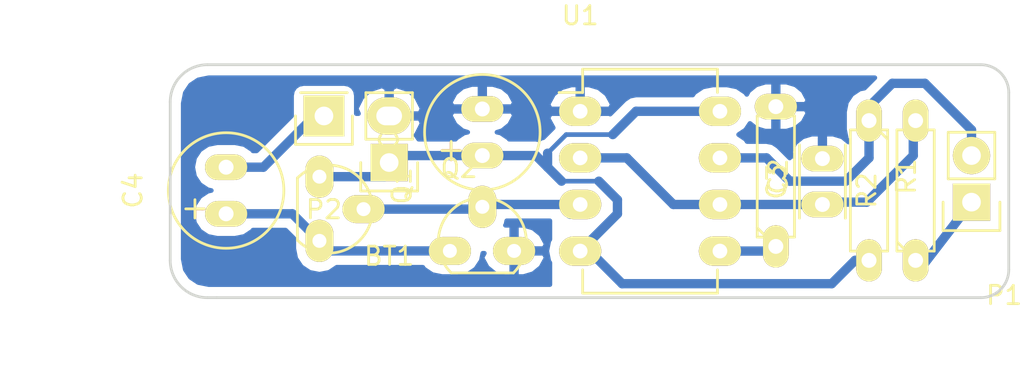
<source format=kicad_pcb>
(kicad_pcb (version 4) (host pcbnew "(after 2015-mar-04 BZR unknown)-product")

  (general
    (links 22)
    (no_connects 0)
    (area 71.10662 76.913 127.717572 97.536)
    (thickness 1.6)
    (drawings 11)
    (tracks 60)
    (zones 0)
    (modules 12)
    (nets 10)
  )

  (page A3)
  (layers
    (0 F.Cu signal)
    (31 B.Cu signal)
    (32 B.Adhes user)
    (33 F.Adhes user)
    (34 B.Paste user)
    (35 F.Paste user)
    (36 B.SilkS user)
    (37 F.SilkS user)
    (38 B.Mask user)
    (39 F.Mask user)
    (40 Dwgs.User user)
    (41 Cmts.User user)
    (42 Eco1.User user)
    (43 Eco2.User user)
    (44 Edge.Cuts user)
  )

  (setup
    (last_trace_width 0.254)
    (trace_clearance 0.254)
    (zone_clearance 0.508)
    (zone_45_only no)
    (trace_min 0.254)
    (segment_width 0.2)
    (edge_width 0.15)
    (via_size 0.889)
    (via_drill 0.635)
    (via_min_size 0.889)
    (via_min_drill 0.508)
    (uvia_size 0.508)
    (uvia_drill 0.127)
    (uvias_allowed no)
    (uvia_min_size 0.508)
    (uvia_min_drill 0.127)
    (pcb_text_width 0.3)
    (pcb_text_size 1 1)
    (mod_edge_width 0.15)
    (mod_text_size 1 1)
    (mod_text_width 0.15)
    (pad_size 2.3 1.397)
    (pad_drill 0.8128)
    (pad_to_mask_clearance 0)
    (aux_axis_origin 0 0)
    (visible_elements 7FFCFFFF)
    (pcbplotparams
      (layerselection 0x00030_80000001)
      (usegerberextensions true)
      (excludeedgelayer true)
      (linewidth 0.150000)
      (plotframeref false)
      (viasonmask false)
      (mode 1)
      (useauxorigin false)
      (hpglpennumber 1)
      (hpglpenspeed 20)
      (hpglpendiameter 15)
      (hpglpenoverlay 2)
      (psnegative false)
      (psa4output false)
      (plotreference false)
      (plotvalue false)
      (plotinvisibletext false)
      (padsonsilk false)
      (subtractmaskfromsilk false)
      (outputformat 1)
      (mirror false)
      (drillshape 0)
      (scaleselection 1)
      (outputdirectory gerbers/))
  )

  (net 0 "")
  (net 1 GND)
  (net 2 VCC)
  (net 3 "Net-(C2-Pad1)")
  (net 4 "Net-(C3-Pad1)")
  (net 5 "Net-(C4-Pad2)")
  (net 6 "Net-(C4-Pad1)")
  (net 7 "Net-(P1-Pad1)")
  (net 8 "Net-(P1-Pad2)")
  (net 9 "Net-(Q1-Pad2)")

  (net_class Default "This is the default net class."
    (clearance 0.254)
    (trace_width 0.254)
    (via_dia 0.889)
    (via_drill 0.635)
    (uvia_dia 0.508)
    (uvia_drill 0.127)
  )

  (net_class gf ""
    (clearance 0.254)
    (trace_width 0.508)
    (via_dia 0.889)
    (via_drill 0.635)
    (uvia_dia 0.508)
    (uvia_drill 0.127)
    (add_net GND)
    (add_net "Net-(C2-Pad1)")
    (add_net "Net-(C3-Pad1)")
    (add_net "Net-(C4-Pad1)")
    (add_net "Net-(C4-Pad2)")
    (add_net "Net-(P1-Pad1)")
    (add_net "Net-(P1-Pad2)")
    (add_net "Net-(Q1-Pad2)")
    (add_net VCC)
  )

  (module Pin_Headers:Pin_Header_Straight_1x02 (layer F.Cu) (tedit 55EF1329) (tstamp 55807355)
    (at 92.71 86.106 180)
    (descr "Through hole pin header")
    (tags "pin header")
    (path /5535868B)
    (fp_text reference BT1 (at 0 -5.1 180) (layer F.SilkS)
      (effects (font (size 1 1) (thickness 0.15)))
    )
    (fp_text value BATTERY (at 0 -3.1 180) (layer F.Fab)
      (effects (font (size 1 1) (thickness 0.15)))
    )
    (fp_line (start 1.27 1.27) (end 1.27 3.81) (layer F.SilkS) (width 0.15))
    (fp_line (start 1.55 -1.55) (end 1.55 0) (layer F.SilkS) (width 0.15))
    (fp_line (start -1.75 -1.75) (end -1.75 4.3) (layer F.CrtYd) (width 0.05))
    (fp_line (start 1.75 -1.75) (end 1.75 4.3) (layer F.CrtYd) (width 0.05))
    (fp_line (start -1.75 -1.75) (end 1.75 -1.75) (layer F.CrtYd) (width 0.05))
    (fp_line (start -1.75 4.3) (end 1.75 4.3) (layer F.CrtYd) (width 0.05))
    (fp_line (start 1.27 1.27) (end -1.27 1.27) (layer F.SilkS) (width 0.15))
    (fp_line (start -1.55 0) (end -1.55 -1.55) (layer F.SilkS) (width 0.15))
    (fp_line (start -1.55 -1.55) (end 1.55 -1.55) (layer F.SilkS) (width 0.15))
    (fp_line (start -1.27 1.27) (end -1.27 3.81) (layer F.SilkS) (width 0.15))
    (fp_line (start -1.27 3.81) (end 1.27 3.81) (layer F.SilkS) (width 0.15))
    (pad 1 thru_hole rect (at 0 0 180) (size 2.032 2.032) (drill 1.016) (layers *.Cu *.Mask F.SilkS)
      (net 2 VCC))
    (pad 2 thru_hole oval (at 0 2.54 180) (size 2.4 2.032) (drill oval 1.4 1.016) (layers *.Cu *.Mask F.SilkS)
      (net 1 GND))
    (model Pin_Headers.3dshapes/Pin_Header_Straight_1x02.wrl
      (at (xyz 0 -0.05 0))
      (scale (xyz 1 1 1))
      (rotate (xyz 0 0 90))
    )
  )

  (module Capacitors_Elko_ThroughHole:Elko_vert_11.2x6.3mm_RM2.5 (layer F.Cu) (tedit 55EA34EB) (tstamp 5580735A)
    (at 97.79 85.725 90)
    (descr "Electrolytic Capacitor, vertical, diameter 6,3mm, RM 2,5mm, radial,")
    (tags "Electrolytic Capacitor, vertical, diameter 6,3mm, RM 2,5mm, Elko, Electrolytkondensator, Kondensator gepolt, Durchmesser 6,3mm, radial,")
    (path /5535860E)
    (fp_text reference C1 (at 1.27 -5.08 90) (layer F.SilkS)
      (effects (font (size 1 1) (thickness 0.15)))
    )
    (fp_text value CP (at 1.27 5.08 90) (layer F.Fab)
      (effects (font (size 1 1) (thickness 0.15)))
    )
    (fp_line (start 0.26924 -2.19964) (end 0.26924 -1.19888) (layer F.SilkS) (width 0.15))
    (fp_line (start -0.23114 -1.69926) (end 0.76962 -1.69926) (layer F.SilkS) (width 0.15))
    (fp_line (start 0.26924 -1.69926) (end 0.76962 -1.69926) (layer F.Cu) (width 0.15))
    (fp_line (start 0.26924 -1.69926) (end 0.26924 -2.19964) (layer F.Cu) (width 0.15))
    (fp_line (start -0.23114 -1.69926) (end 0.26924 -1.69926) (layer F.Cu) (width 0.15))
    (fp_line (start 0.26924 -1.69926) (end 0.26924 -1.30048) (layer F.Cu) (width 0.15))
    (fp_line (start 0.26924 -1.30048) (end 0.26924 -1.19888) (layer F.Cu) (width 0.15))
    (fp_circle (center 1.27 0) (end 4.4196 0) (layer F.SilkS) (width 0.15))
    (pad 2 thru_hole oval (at 2.54 0 90) (size 1.397 2.3) (drill 0.8128) (layers *.Cu *.Mask F.SilkS)
      (net 1 GND))
    (pad 1 thru_hole oval (at 0 0 90) (size 1.397 2.3) (drill 0.8128) (layers *.Cu *.Mask F.SilkS)
      (net 2 VCC))
    (model Capacitors_Elko_ThroughHole.3dshapes/Elko_vert_11.2x6.3mm_RM2.5.wrl
      (at (xyz 0 0 0))
      (scale (xyz 1 1 1))
      (rotate (xyz 0 0 0))
    )
  )

  (module Capacitors_ThroughHole:C_Rect_L4_W2.5_P2.5 (layer F.Cu) (tedit 55EA34D6) (tstamp 55807364)
    (at 116.332 88.392 90)
    (descr "Film Capacitor Length 4mm x Width 2.5mm, Pitch 2.5mm")
    (tags Capacitor)
    (path /553584D8)
    (fp_text reference C3 (at 1.25 -2.5 90) (layer F.SilkS)
      (effects (font (size 1 1) (thickness 0.15)))
    )
    (fp_text value C (at 1.25 2.5 90) (layer F.Fab)
      (effects (font (size 1 1) (thickness 0.15)))
    )
    (fp_line (start -1 -1.5) (end 3.5 -1.5) (layer F.CrtYd) (width 0.05))
    (fp_line (start 3.5 -1.5) (end 3.5 1.5) (layer F.CrtYd) (width 0.05))
    (fp_line (start 3.5 1.5) (end -1 1.5) (layer F.CrtYd) (width 0.05))
    (fp_line (start -1 1.5) (end -1 -1.5) (layer F.CrtYd) (width 0.05))
    (fp_line (start -0.75 -1.25) (end 3.25 -1.25) (layer F.SilkS) (width 0.15))
    (fp_line (start -0.75 1.25) (end 3.25 1.25) (layer F.SilkS) (width 0.15))
    (pad 1 thru_hole oval (at 0 0 90) (size 1.397 2.3) (drill 0.8128) (layers *.Cu *.Mask F.SilkS)
      (net 4 "Net-(C3-Pad1)"))
    (pad 2 thru_hole oval (at 2.5 0 90) (size 1.397 2.3) (drill 0.8128) (layers *.Cu *.Mask F.SilkS)
      (net 1 GND))
  )

  (module Capacitors_Elko_ThroughHole:Elko_vert_11.2x6.3mm_RM2.5 (layer F.Cu) (tedit 55EA3511) (tstamp 55807369)
    (at 83.82 88.9 90)
    (descr "Electrolytic Capacitor, vertical, diameter 6,3mm, RM 2,5mm, radial,")
    (tags "Electrolytic Capacitor, vertical, diameter 6,3mm, RM 2,5mm, Elko, Electrolytkondensator, Kondensator gepolt, Durchmesser 6,3mm, radial,")
    (path /55358485)
    (fp_text reference C4 (at 1.27 -5.08 90) (layer F.SilkS)
      (effects (font (size 1 1) (thickness 0.15)))
    )
    (fp_text value CP (at 1.27 5.08 90) (layer F.Fab)
      (effects (font (size 1 1) (thickness 0.15)))
    )
    (fp_line (start 0.26924 -2.19964) (end 0.26924 -1.19888) (layer F.SilkS) (width 0.15))
    (fp_line (start -0.23114 -1.69926) (end 0.76962 -1.69926) (layer F.SilkS) (width 0.15))
    (fp_line (start 0.26924 -1.69926) (end 0.76962 -1.69926) (layer F.Cu) (width 0.15))
    (fp_line (start 0.26924 -1.69926) (end 0.26924 -2.19964) (layer F.Cu) (width 0.15))
    (fp_line (start -0.23114 -1.69926) (end 0.26924 -1.69926) (layer F.Cu) (width 0.15))
    (fp_line (start 0.26924 -1.69926) (end 0.26924 -1.30048) (layer F.Cu) (width 0.15))
    (fp_line (start 0.26924 -1.30048) (end 0.26924 -1.19888) (layer F.Cu) (width 0.15))
    (fp_circle (center 1.27 0) (end 4.4196 0) (layer F.SilkS) (width 0.15))
    (pad 2 thru_hole oval (at 2.54 0 90) (size 1.397 2.3) (drill 0.8128) (layers *.Cu *.Mask F.SilkS)
      (net 5 "Net-(C4-Pad2)"))
    (pad 1 thru_hole oval (at 0 0 90) (size 1.397 2.3) (drill 0.8128) (layers *.Cu *.Mask F.SilkS)
      (net 6 "Net-(C4-Pad1)"))
    (model Capacitors_Elko_ThroughHole.3dshapes/Elko_vert_11.2x6.3mm_RM2.5.wrl
      (at (xyz 0 0 0))
      (scale (xyz 1 1 1))
      (rotate (xyz 0 0 0))
    )
  )

  (module Pin_Headers:Pin_Header_Straight_1x02 (layer F.Cu) (tedit 55807D46) (tstamp 55807375)
    (at 124.46 88.265 180)
    (descr "Through hole pin header")
    (tags "pin header")
    (path /5535819F)
    (fp_text reference P1 (at -1.778 -5.08 180) (layer F.SilkS)
      (effects (font (size 1 1) (thickness 0.15)))
    )
    (fp_text value CONN_2 (at 0 -3.1 180) (layer F.Fab)
      (effects (font (size 1 1) (thickness 0.15)))
    )
    (fp_line (start 1.27 1.27) (end 1.27 3.81) (layer F.SilkS) (width 0.15))
    (fp_line (start 1.55 -1.55) (end 1.55 0) (layer F.SilkS) (width 0.15))
    (fp_line (start -1.75 -1.75) (end -1.75 4.3) (layer F.CrtYd) (width 0.05))
    (fp_line (start 1.75 -1.75) (end 1.75 4.3) (layer F.CrtYd) (width 0.05))
    (fp_line (start -1.75 -1.75) (end 1.75 -1.75) (layer F.CrtYd) (width 0.05))
    (fp_line (start -1.75 4.3) (end 1.75 4.3) (layer F.CrtYd) (width 0.05))
    (fp_line (start 1.27 1.27) (end -1.27 1.27) (layer F.SilkS) (width 0.15))
    (fp_line (start -1.55 0) (end -1.55 -1.55) (layer F.SilkS) (width 0.15))
    (fp_line (start -1.55 -1.55) (end 1.55 -1.55) (layer F.SilkS) (width 0.15))
    (fp_line (start -1.27 1.27) (end -1.27 3.81) (layer F.SilkS) (width 0.15))
    (fp_line (start -1.27 3.81) (end 1.27 3.81) (layer F.SilkS) (width 0.15))
    (pad 1 thru_hole rect (at 0 0 180) (size 2.032 2.032) (drill 1.016) (layers *.Cu *.Mask F.SilkS)
      (net 7 "Net-(P1-Pad1)"))
    (pad 2 thru_hole oval (at 0 2.54 180) (size 2.032 2.032) (drill 1.016) (layers *.Cu *.Mask F.SilkS)
      (net 8 "Net-(P1-Pad2)"))
    (model Pin_Headers.3dshapes/Pin_Header_Straight_1x02.wrl
      (at (xyz 0 -0.05 0))
      (scale (xyz 1 1 1))
      (rotate (xyz 0 0 90))
    )
  )

  (module Discret:R3 (layer F.Cu) (tedit 55EA353B) (tstamp 5580738B)
    (at 121.412 87.63 90)
    (descr "Resitance 3 pas")
    (tags R)
    (path /55358209)
    (fp_text reference R1 (at 0.762 -0.508 90) (layer F.SilkS)
      (effects (font (size 1 1) (thickness 0.15)))
    )
    (fp_text value R (at 0 0.127 90) (layer F.Fab)
      (effects (font (size 1 1) (thickness 0.15)))
    )
    (fp_line (start -3.81 0) (end -3.302 0) (layer F.SilkS) (width 0.15))
    (fp_line (start 3.81 0) (end 3.302 0) (layer F.SilkS) (width 0.15))
    (fp_line (start 3.302 0) (end 3.302 -1.016) (layer F.SilkS) (width 0.15))
    (fp_line (start 3.302 -1.016) (end -3.302 -1.016) (layer F.SilkS) (width 0.15))
    (fp_line (start -3.302 -1.016) (end -3.302 1.016) (layer F.SilkS) (width 0.15))
    (fp_line (start -3.302 1.016) (end 3.302 1.016) (layer F.SilkS) (width 0.15))
    (fp_line (start 3.302 1.016) (end 3.302 0) (layer F.SilkS) (width 0.15))
    (fp_line (start -3.302 -0.508) (end -2.794 -1.016) (layer F.SilkS) (width 0.15))
    (pad 1 thru_hole oval (at -3.81 0 90) (size 2.3 1.397) (drill 0.8128) (layers *.Cu *.Mask F.SilkS)
      (net 7 "Net-(P1-Pad1)"))
    (pad 2 thru_hole oval (at 3.81 0 90) (size 2.3 1.397) (drill 0.8128) (layers *.Cu *.Mask F.SilkS)
      (net 4 "Net-(C3-Pad1)"))
    (model Discret.3dshapes/R3.wrl
      (at (xyz 0 0 0))
      (scale (xyz 0.3 0.3 0.3))
      (rotate (xyz 0 0 0))
    )
  )

  (module Discret:R3 (layer F.Cu) (tedit 55EA3547) (tstamp 55807390)
    (at 118.872 87.63 270)
    (descr "Resitance 3 pas")
    (tags R)
    (path /5535828D)
    (fp_text reference R2 (at 0 0.127 270) (layer F.SilkS)
      (effects (font (size 1 1) (thickness 0.15)))
    )
    (fp_text value R (at 0 0.127 270) (layer F.Fab)
      (effects (font (size 1 1) (thickness 0.15)))
    )
    (fp_line (start -3.81 0) (end -3.302 0) (layer F.SilkS) (width 0.15))
    (fp_line (start 3.81 0) (end 3.302 0) (layer F.SilkS) (width 0.15))
    (fp_line (start 3.302 0) (end 3.302 -1.016) (layer F.SilkS) (width 0.15))
    (fp_line (start 3.302 -1.016) (end -3.302 -1.016) (layer F.SilkS) (width 0.15))
    (fp_line (start -3.302 -1.016) (end -3.302 1.016) (layer F.SilkS) (width 0.15))
    (fp_line (start -3.302 1.016) (end 3.302 1.016) (layer F.SilkS) (width 0.15))
    (fp_line (start 3.302 1.016) (end 3.302 0) (layer F.SilkS) (width 0.15))
    (fp_line (start -3.302 -0.508) (end -2.794 -1.016) (layer F.SilkS) (width 0.15))
    (pad 1 thru_hole oval (at -3.81 0 270) (size 2.3 1.397) (drill 0.8128) (layers *.Cu *.Mask F.SilkS)
      (net 8 "Net-(P1-Pad2)"))
    (pad 2 thru_hole oval (at 3.81 0 270) (size 2.3 1.397) (drill 0.8128) (layers *.Cu *.Mask F.SilkS)
      (net 2 VCC))
    (model Discret.3dshapes/R3.wrl
      (at (xyz 0 0 0))
      (scale (xyz 0.3 0.3 0.3))
      (rotate (xyz 0 0 0))
    )
  )

  (module Housings_DIP:DIP-8_W7.62mm_LongPads (layer F.Cu) (tedit 54130A77) (tstamp 55807395)
    (at 103.124 83.312)
    (descr "8-lead dip package, row spacing 7.62 mm (300 mils), longer pads")
    (tags "dil dip 2.54 300")
    (path /55357FC1)
    (fp_text reference U1 (at 0 -5.22) (layer F.SilkS)
      (effects (font (size 1 1) (thickness 0.15)))
    )
    (fp_text value LM555N (at 0 -3.72) (layer F.Fab)
      (effects (font (size 1 1) (thickness 0.15)))
    )
    (fp_line (start -1.4 -2.45) (end -1.4 10.1) (layer F.CrtYd) (width 0.05))
    (fp_line (start 9 -2.45) (end 9 10.1) (layer F.CrtYd) (width 0.05))
    (fp_line (start -1.4 -2.45) (end 9 -2.45) (layer F.CrtYd) (width 0.05))
    (fp_line (start -1.4 10.1) (end 9 10.1) (layer F.CrtYd) (width 0.05))
    (fp_line (start 0.135 -2.295) (end 0.135 -1.025) (layer F.SilkS) (width 0.15))
    (fp_line (start 7.485 -2.295) (end 7.485 -1.025) (layer F.SilkS) (width 0.15))
    (fp_line (start 7.485 9.915) (end 7.485 8.645) (layer F.SilkS) (width 0.15))
    (fp_line (start 0.135 9.915) (end 0.135 8.645) (layer F.SilkS) (width 0.15))
    (fp_line (start 0.135 -2.295) (end 7.485 -2.295) (layer F.SilkS) (width 0.15))
    (fp_line (start 0.135 9.915) (end 7.485 9.915) (layer F.SilkS) (width 0.15))
    (fp_line (start 0.135 -1.025) (end -1.15 -1.025) (layer F.SilkS) (width 0.15))
    (pad 1 thru_hole oval (at 0 0) (size 2.3 1.6) (drill 0.8) (layers *.Cu *.Mask F.SilkS)
      (net 1 GND))
    (pad 2 thru_hole oval (at 0 2.54) (size 2.3 1.6) (drill 0.8) (layers *.Cu *.Mask F.SilkS)
      (net 4 "Net-(C3-Pad1)"))
    (pad 3 thru_hole oval (at 0 5.08) (size 2.3 1.6) (drill 0.8) (layers *.Cu *.Mask F.SilkS)
      (net 9 "Net-(Q1-Pad2)"))
    (pad 4 thru_hole oval (at 0 7.62) (size 2.3 1.6) (drill 0.8) (layers *.Cu *.Mask F.SilkS)
      (net 2 VCC))
    (pad 5 thru_hole oval (at 7.62 7.62) (size 2.3 1.6) (drill 0.8) (layers *.Cu *.Mask F.SilkS)
      (net 3 "Net-(C2-Pad1)"))
    (pad 6 thru_hole oval (at 7.62 5.08) (size 2.3 1.6) (drill 0.8) (layers *.Cu *.Mask F.SilkS)
      (net 4 "Net-(C3-Pad1)"))
    (pad 7 thru_hole oval (at 7.62 2.54) (size 2.3 1.6) (drill 0.8) (layers *.Cu *.Mask F.SilkS)
      (net 8 "Net-(P1-Pad2)"))
    (pad 8 thru_hole oval (at 7.62 0) (size 2.3 1.6) (drill 0.8) (layers *.Cu *.Mask F.SilkS)
      (net 2 VCC))
    (model Housings_DIP.3dshapes/DIP-8_W7.62mm_LongPads.wrl
      (at (xyz 0 0 0))
      (scale (xyz 1 1 1))
      (rotate (xyz 0 0 0))
    )
  )

  (module Discret:R3 (layer F.Cu) (tedit 55EF34C6) (tstamp 55807D40)
    (at 113.792 86.868 90)
    (descr "Resitance 3 pas")
    (tags R)
    (path /55358310)
    (fp_text reference C2 (at 0 0.127 90) (layer F.SilkS)
      (effects (font (size 1 1) (thickness 0.15)))
    )
    (fp_text value C (at 0 0.127 90) (layer F.Fab)
      (effects (font (size 1 1) (thickness 0.15)))
    )
    (fp_line (start -3.81 0) (end -3.302 0) (layer F.SilkS) (width 0.15))
    (fp_line (start 3.81 0) (end 3.302 0) (layer F.SilkS) (width 0.15))
    (fp_line (start 3.302 0) (end 3.302 -1.016) (layer F.SilkS) (width 0.15))
    (fp_line (start 3.302 -1.016) (end -3.302 -1.016) (layer F.SilkS) (width 0.15))
    (fp_line (start -3.302 -1.016) (end -3.302 1.016) (layer F.SilkS) (width 0.15))
    (fp_line (start -3.302 1.016) (end 3.302 1.016) (layer F.SilkS) (width 0.15))
    (fp_line (start 3.302 1.016) (end 3.302 0) (layer F.SilkS) (width 0.15))
    (fp_line (start -3.302 -0.508) (end -2.794 -1.016) (layer F.SilkS) (width 0.15))
    (pad 1 thru_hole oval (at -3.81 0 90) (size 2.3 1.397) (drill 0.8128) (layers *.Cu *.Mask F.SilkS)
      (net 3 "Net-(C2-Pad1)"))
    (pad 2 thru_hole oval (at 3.81 0 180) (size 2.3 1.397) (drill 0.8128) (layers *.Cu *.Mask F.SilkS)
      (net 1 GND))
    (model Discret.3dshapes/R3.wrl
      (at (xyz 0 0 0))
      (scale (xyz 0.3 0.3 0.3))
      (rotate (xyz 0 0 0))
    )
  )

  (module Pin_Headers:Pin_Header_Straight_1x01 (layer F.Cu) (tedit 54EA08DC) (tstamp 55EF1256)
    (at 89.154 83.566 180)
    (descr "Through hole pin header")
    (tags "pin header")
    (path /55EF137E)
    (fp_text reference P2 (at 0 -5.1 180) (layer F.SilkS)
      (effects (font (size 1 1) (thickness 0.15)))
    )
    (fp_text value CONN_01X01 (at 0 -3.1 180) (layer F.Fab)
      (effects (font (size 1 1) (thickness 0.15)))
    )
    (fp_line (start 1.55 -1.55) (end 1.55 0) (layer F.SilkS) (width 0.15))
    (fp_line (start -1.75 -1.75) (end -1.75 1.75) (layer F.CrtYd) (width 0.05))
    (fp_line (start 1.75 -1.75) (end 1.75 1.75) (layer F.CrtYd) (width 0.05))
    (fp_line (start -1.75 -1.75) (end 1.75 -1.75) (layer F.CrtYd) (width 0.05))
    (fp_line (start -1.75 1.75) (end 1.75 1.75) (layer F.CrtYd) (width 0.05))
    (fp_line (start -1.55 0) (end -1.55 -1.55) (layer F.SilkS) (width 0.15))
    (fp_line (start -1.55 -1.55) (end 1.55 -1.55) (layer F.SilkS) (width 0.15))
    (fp_line (start -1.27 1.27) (end 1.27 1.27) (layer F.SilkS) (width 0.15))
    (pad 1 thru_hole rect (at 0 0 180) (size 2.2352 2.2352) (drill 1.016) (layers *.Cu *.Mask F.SilkS)
      (net 5 "Net-(C4-Pad2)"))
    (model Pin_Headers.3dshapes/Pin_Header_Straight_1x01.wrl
      (at (xyz 0 0 0))
      (scale (xyz 1 1 1))
      (rotate (xyz 0 0 90))
    )
  )

  (module drawdio:TO-92_JorFru_compact (layer F.Cu) (tedit 55EF2FB5) (tstamp 55EEF933)
    (at 96.52 90.424)
    (descr "TO-92 leads molded, narrow, oval pads, drill 0.8mm (see NXP sot054_po.pdf)")
    (tags "to-92 sc-43 sc-43a sot54 PA33 transistor")
    (path /553583A7)
    (fp_text reference Q2 (at 0 -4) (layer F.SilkS)
      (effects (font (size 1 1) (thickness 0.15)))
    )
    (fp_text value BC547 (at 0 3 180) (layer F.Fab)
      (effects (font (size 1 1) (thickness 0.15)))
    )
    (fp_line (start -1.4 1.95) (end -1.4 -2.65) (layer F.CrtYd) (width 0.05))
    (fp_line (start -1.4 1.95) (end 3.95 1.95) (layer F.CrtYd) (width 0.05))
    (fp_line (start -0.43 1.7) (end 2.97 1.7) (layer F.SilkS) (width 0.15))
    (fp_arc (start 1.27 0) (end 1.27 -2.4) (angle -135) (layer F.SilkS) (width 0.15))
    (fp_arc (start 1.27 0) (end 1.27 -2.4) (angle 135) (layer F.SilkS) (width 0.15))
    (fp_line (start -1.4 -2.65) (end 3.95 -2.65) (layer F.CrtYd) (width 0.05))
    (fp_line (start 3.95 1.95) (end 3.95 -2.65) (layer F.CrtYd) (width 0.05))
    (pad 2 thru_hole oval (at 1.27 -1.905 90) (size 2.3 1.524) (drill 0.762) (layers *.Cu *.Mask F.SilkS)
      (net 9 "Net-(Q1-Pad2)"))
    (pad 1 thru_hole oval (at -0.5 0.5) (size 2.3 1.524) (drill 0.762) (layers *.Cu *.Mask F.SilkS)
      (net 6 "Net-(C4-Pad1)"))
    (pad 3 thru_hole oval (at 3 0.5) (size 2.3 1.524) (drill 0.762) (layers *.Cu *.Mask F.SilkS)
      (net 1 GND))
    (model Housings_TO-92.3dshapes/TO-92_Molded_Narrow_Oval.wrl
      (at (xyz 0.05 0 0))
      (scale (xyz 1 1 1))
      (rotate (xyz 0 0 -90))
    )
  )

  (module drawdio:TO-92_JorFru_compact (layer F.Cu) (tedit 55EF2FB5) (tstamp 55EEF926)
    (at 89.408 87.376 270)
    (descr "TO-92 leads molded, narrow, oval pads, drill 0.8mm (see NXP sot054_po.pdf)")
    (tags "to-92 sc-43 sc-43a sot54 PA33 transistor")
    (path /553583B6)
    (fp_text reference Q1 (at 0 -4 270) (layer F.SilkS)
      (effects (font (size 1 1) (thickness 0.15)))
    )
    (fp_text value BC558 (at 0 3 450) (layer F.Fab)
      (effects (font (size 1 1) (thickness 0.15)))
    )
    (fp_line (start -1.4 1.95) (end -1.4 -2.65) (layer F.CrtYd) (width 0.05))
    (fp_line (start -1.4 1.95) (end 3.95 1.95) (layer F.CrtYd) (width 0.05))
    (fp_line (start -0.43 1.7) (end 2.97 1.7) (layer F.SilkS) (width 0.15))
    (fp_arc (start 1.27 0) (end 1.27 -2.4) (angle -135) (layer F.SilkS) (width 0.15))
    (fp_arc (start 1.27 0) (end 1.27 -2.4) (angle 135) (layer F.SilkS) (width 0.15))
    (fp_line (start -1.4 -2.65) (end 3.95 -2.65) (layer F.CrtYd) (width 0.05))
    (fp_line (start 3.95 1.95) (end 3.95 -2.65) (layer F.CrtYd) (width 0.05))
    (pad 2 thru_hole oval (at 1.27 -1.905) (size 2.3 1.524) (drill 0.762) (layers *.Cu *.Mask F.SilkS)
      (net 9 "Net-(Q1-Pad2)"))
    (pad 1 thru_hole oval (at -0.5 0.5 270) (size 2.3 1.524) (drill 0.762) (layers *.Cu *.Mask F.SilkS)
      (net 2 VCC))
    (pad 3 thru_hole oval (at 3 0.5 270) (size 2.3 1.524) (drill 0.762) (layers *.Cu *.Mask F.SilkS)
      (net 6 "Net-(C4-Pad1)"))
    (model Housings_TO-92.3dshapes/TO-92_Molded_Narrow_Oval.wrl
      (at (xyz 0.05 0 0))
      (scale (xyz 1 1 1))
      (rotate (xyz 0 0 -90))
    )
  )

  (gr_line (start 124.968 80.772) (end 82.804 80.772) (angle 90) (layer Edge.Cuts) (width 0.15))
  (gr_line (start 126.492 91.948) (end 126.492 82.296) (angle 90) (layer Edge.Cuts) (width 0.15))
  (gr_line (start 124.968 93.472) (end 83.312 93.472) (angle 90) (layer Edge.Cuts) (width 0.15))
  (gr_arc (start 124.968 82.296) (end 124.968 80.772) (angle 90) (layer Edge.Cuts) (width 0.15))
  (gr_line (start 80.772 91.44) (end 80.772 82.804) (angle 90) (layer Edge.Cuts) (width 0.15))
  (gr_line (start 83.312 93.472) (end 82.804 93.472) (angle 90) (layer Edge.Cuts) (width 0.15))
  (gr_arc (start 124.968 91.948) (end 126.492 91.948) (angle 90) (layer Edge.Cuts) (width 0.15))
  (gr_arc (start 82.804 91.44) (end 82.804 93.472) (angle 90) (layer Edge.Cuts) (width 0.15))
  (gr_arc (start 82.804 82.804) (end 80.772 82.804) (angle 90) (layer Edge.Cuts) (width 0.15))
  (dimension 44.704 (width 0.25) (layer Eco2.User)
    (gr_text 44,704mm (at 104.14 95.504) (layer Eco2.User)
      (effects (font (size 1 1) (thickness 0.25)))
    )
    (feature1 (pts (xy 125.984 94.488) (xy 125.984 97.535999)))
    (feature2 (pts (xy 81.28 94.488) (xy 81.28 97.535999)))
    (crossbar (pts (xy 81.28 97.535999) (xy 125.984 97.535999)))
    (arrow1a (pts (xy 125.984 97.535999) (xy 124.857496 98.12242)))
    (arrow1b (pts (xy 125.984 97.535999) (xy 124.857496 96.949578)))
    (arrow2a (pts (xy 81.28 97.535999) (xy 82.406504 98.12242)))
    (arrow2b (pts (xy 81.28 97.535999) (xy 82.406504 96.949578)))
  )
  (dimension 11.684 (width 0.25) (layer Eco2.User)
    (gr_text 11,684mm (at 75.184 86.868 90) (layer Eco2.User)
      (effects (font (size 1 1) (thickness 0.25)))
    )
    (feature1 (pts (xy 79.756 81.28) (xy 76.708 81.28)))
    (feature2 (pts (xy 79.756 92.964) (xy 76.708 92.964)))
    (crossbar (pts (xy 76.708 92.964) (xy 76.708 81.28)))
    (arrow1a (pts (xy 76.708 81.28) (xy 77.294421 82.406504)))
    (arrow1b (pts (xy 76.708 81.28) (xy 76.121579 82.406504)))
    (arrow2a (pts (xy 76.708 92.964) (xy 77.294421 91.837496)))
    (arrow2b (pts (xy 76.708 92.964) (xy 76.121579 91.837496)))
  )

  (segment (start 118.872 91.44) (end 118.11 91.44) (width 0.508) (layer B.Cu) (net 2))
  (segment (start 105.41 92.71) (end 116.84 92.71) (width 0.508) (layer B.Cu) (net 2) (tstamp 55ED3588))
  (segment (start 105.41 92.71) (end 103.632 90.932) (width 0.508) (layer B.Cu) (net 2) (tstamp 55ED3584))
  (segment (start 118.11 91.44) (end 116.84 92.71) (width 0.508) (layer B.Cu) (net 2) (tstamp 55EF50B4))
  (segment (start 92.71 85.725) (end 92.71 86.614) (width 0.508) (layer B.Cu) (net 2))
  (segment (start 92.71 86.614) (end 92.448 86.876) (width 0.508) (layer B.Cu) (net 2) (tstamp 55EF2F64))
  (segment (start 92.448 86.876) (end 88.908 86.876) (width 0.508) (layer B.Cu) (net 2) (tstamp 55EF2F66))
  (segment (start 92.448 85.987) (end 92.71 85.725) (width 0.508) (layer B.Cu) (net 2) (tstamp 55EEF97A))
  (segment (start 100.711 85.725) (end 101.346 86.36) (width 0.508) (layer B.Cu) (net 2))
  (segment (start 97.79 85.725) (end 100.711 85.725) (width 0.508) (layer B.Cu) (net 2))
  (segment (start 92.71 85.725) (end 97.79 85.725) (width 0.508) (layer B.Cu) (net 2))
  (segment (start 92.71 85.725) (end 92.075 86.36) (width 0.508) (layer B.Cu) (net 2) (tstamp 55ED3758))
  (segment (start 103.124 90.932) (end 103.632 90.932) (width 0.508) (layer B.Cu) (net 2))
  (segment (start 110.744 83.312) (end 106.172 83.312) (width 0.508) (layer B.Cu) (net 2))
  (segment (start 101.346 85.598) (end 101.346 86.36) (width 0.508) (layer B.Cu) (net 2) (tstamp 55807EB8))
  (segment (start 102.362 84.582) (end 101.346 85.598) (width 0.254) (layer B.Cu) (net 2) (tstamp 55807EB6))
  (segment (start 104.902 84.582) (end 102.362 84.582) (width 0.254) (layer B.Cu) (net 2) (tstamp 55807EB4))
  (segment (start 106.172 83.312) (end 104.902 84.582) (width 0.508) (layer B.Cu) (net 2) (tstamp 55807EB2))
  (segment (start 101.346 86.36) (end 102.108 87.122) (width 0.508) (layer B.Cu) (net 2) (tstamp 55807EBA))
  (segment (start 105.156 88.138) (end 105.156 88.9) (width 0.508) (layer B.Cu) (net 2) (tstamp 55807EBE))
  (segment (start 104.14 87.122) (end 105.156 88.138) (width 0.508) (layer B.Cu) (net 2) (tstamp 55807EBC))
  (segment (start 102.108 87.122) (end 104.14 87.122) (width 0.254) (layer B.Cu) (net 2) (tstamp 55807EBB))
  (segment (start 105.156 88.9) (end 103.124 90.932) (width 0.508) (layer B.Cu) (net 2) (tstamp 55807EC0))
  (segment (start 118.745 90.805) (end 118.745 91.059) (width 0.508) (layer B.Cu) (net 2) (status 30))
  (segment (start 110.744 90.932) (end 113.538 90.932) (width 0.508) (layer B.Cu) (net 3))
  (segment (start 113.538 90.932) (end 113.665 90.805) (width 0.508) (layer B.Cu) (net 3) (tstamp 55ED355C))
  (segment (start 110.998 90.678) (end 110.744 90.932) (width 0.508) (layer B.Cu) (net 3) (tstamp 55807E9B))
  (segment (start 110.744 88.392) (end 116.078 88.392) (width 0.508) (layer B.Cu) (net 4))
  (segment (start 116.078 88.392) (end 116.205 88.265) (width 0.508) (layer B.Cu) (net 4) (tstamp 55ED34E7))
  (segment (start 116.205 88.265) (end 118.745 88.265) (width 0.508) (layer B.Cu) (net 4) (tstamp 55ED34E8))
  (segment (start 118.745 88.265) (end 121.285 85.725) (width 0.508) (layer B.Cu) (net 4) (tstamp 55ED34EA))
  (segment (start 121.285 85.725) (end 121.285 83.947) (width 0.508) (layer B.Cu) (net 4) (tstamp 55ED34ED) (status 20))
  (segment (start 110.744 88.392) (end 108.204 88.392) (width 0.508) (layer B.Cu) (net 4))
  (segment (start 105.664 85.852) (end 103.124 85.852) (width 0.508) (layer B.Cu) (net 4) (tstamp 55807EC5))
  (segment (start 108.204 88.392) (end 105.664 85.852) (width 0.508) (layer B.Cu) (net 4) (tstamp 55807EC3))
  (segment (start 110.744 88.392) (end 111.506 88.392) (width 0.508) (layer B.Cu) (net 4))
  (segment (start 83.82 86.36) (end 85.852 86.36) (width 0.508) (layer B.Cu) (net 5))
  (segment (start 85.852 86.36) (end 88.9 83.312) (width 0.508) (layer B.Cu) (net 5) (tstamp 55EF1399))
  (segment (start 96.02 90.924) (end 89.456 90.924) (width 0.508) (layer B.Cu) (net 6))
  (segment (start 89.456 90.924) (end 87.432 88.9) (width 0.508) (layer B.Cu) (net 6) (tstamp 55EF2F44))
  (segment (start 87.432 88.9) (end 83.82 88.9) (width 0.508) (layer B.Cu) (net 6) (tstamp 55EF2F45))
  (segment (start 121.285 91.567) (end 121.92 91.567) (width 0.508) (layer B.Cu) (net 7) (status 30))
  (segment (start 121.92 91.567) (end 124.46 88.265) (width 0.508) (layer B.Cu) (net 7) (tstamp 55ED357A) (status 10))
  (segment (start 110.744 85.852) (end 113.284 85.852) (width 0.508) (layer B.Cu) (net 8))
  (segment (start 118.872 85.852) (end 118.872 83.058) (width 0.508) (layer B.Cu) (net 8) (tstamp 55EF3646))
  (segment (start 117.602 87.122) (end 118.872 85.852) (width 0.508) (layer B.Cu) (net 8) (tstamp 55EF3645))
  (segment (start 114.554 87.122) (end 117.602 87.122) (width 0.508) (layer B.Cu) (net 8) (tstamp 55EF3644))
  (segment (start 113.284 85.852) (end 114.554 87.122) (width 0.508) (layer B.Cu) (net 8) (tstamp 55EF3643))
  (segment (start 118.745 83.185) (end 120.142 81.788) (width 0.508) (layer B.Cu) (net 8))
  (segment (start 124.46 84.328) (end 124.46 85.725) (width 0.508) (layer B.Cu) (net 8) (tstamp 55ED356F))
  (segment (start 121.92 81.788) (end 124.46 84.328) (width 0.508) (layer B.Cu) (net 8) (tstamp 55ED356D))
  (segment (start 120.142 81.788) (end 121.92 81.788) (width 0.508) (layer B.Cu) (net 8) (tstamp 55ED356A))
  (segment (start 110.744 85.979) (end 110.744 85.852) (width 0.508) (layer B.Cu) (net 8) (tstamp 55ED34C8))
  (segment (start 97.663 88.646) (end 91.313 88.646) (width 0.508) (layer B.Cu) (net 9) (tstamp 55EF301A))
  (segment (start 97.917 88.392) (end 97.663 88.646) (width 0.508) (layer B.Cu) (net 9) (tstamp 55EF3019))
  (segment (start 103.124 88.392) (end 97.917 88.392) (width 0.508) (layer B.Cu) (net 9))
  (segment (start 91.206 88.924) (end 90.908 88.626) (width 0.508) (layer B.Cu) (net 9) (tstamp 55EF1385))
  (segment (start 102.592 88.924) (end 103.124 88.392) (width 0.508) (layer B.Cu) (net 9) (tstamp 55EF137F))
  (segment (start 102.592 88.924) (end 102.568 88.9) (width 0.508) (layer B.Cu) (net 9) (tstamp 55EEF960))
  (segment (start 102.997 88.265) (end 103.124 88.392) (width 0.508) (layer B.Cu) (net 9) (tstamp 55ED37E6))

  (zone (net 1) (net_name GND) (layer B.Cu) (tstamp 55EDC569) (hatch edge 0.508)
    (connect_pads (clearance 0.508))
    (min_thickness 0.254)
    (fill yes (arc_segments 16) (thermal_gap 0.508) (thermal_bridge_width 0.508) (smoothing chamfer))
    (polygon
      (pts
        (xy 119.38 88.9) (xy 101.6 88.9) (xy 101.6 92.964) (xy 81.28 92.964) (xy 81.28 81.28)
        (xy 119.507 81.153)
      )
    )
    (filled_polygon
      (pts
        (xy 119.190764 81.482) (xy 118.623255 82.049508) (xy 118.361692 82.101537) (xy 117.929073 82.390603) (xy 117.640007 82.823222)
        (xy 117.5385 83.33353) (xy 117.5385 84.30647) (xy 117.640007 84.816778) (xy 117.755112 84.989046) (xy 117.411141 84.708607)
        (xy 116.9105 84.5585) (xy 116.459 84.5585) (xy 116.459 85.765) (xy 116.479 85.765) (xy 116.479 86.019)
        (xy 116.459 86.019) (xy 116.459 86.039) (xy 116.205 86.039) (xy 116.205 86.019) (xy 116.185 86.019)
        (xy 116.185 85.765) (xy 116.205 85.765) (xy 116.205 84.5585) (xy 115.7535 84.5585) (xy 115.534729 84.624094)
        (xy 115.534729 83.391094) (xy 115.534729 82.724906) (xy 115.524095 82.665024) (xy 115.27623 82.204875) (xy 114.871141 81.874607)
        (xy 114.3705 81.7245) (xy 113.919 81.7245) (xy 113.919 82.931) (xy 115.411365 82.931) (xy 115.534729 82.724906)
        (xy 115.534729 83.391094) (xy 115.411365 83.185) (xy 113.919 83.185) (xy 113.919 84.3915) (xy 114.3705 84.3915)
        (xy 114.871141 84.241393) (xy 115.27623 83.911125) (xy 115.524095 83.450976) (xy 115.534729 83.391094) (xy 115.534729 84.624094)
        (xy 115.252859 84.708607) (xy 114.84777 85.038875) (xy 114.599905 85.499024) (xy 114.589271 85.558906) (xy 114.712633 85.764998)
        (xy 114.547 85.764998) (xy 114.547 85.857764) (xy 113.912618 85.223382) (xy 113.624206 85.030671) (xy 113.284 84.963)
        (xy 112.227656 84.963) (xy 112.143668 84.837302) (xy 111.761582 84.582) (xy 112.143668 84.326698) (xy 112.381292 83.971067)
        (xy 112.712859 84.241393) (xy 113.2135 84.3915) (xy 113.665 84.3915) (xy 113.665 83.185) (xy 113.645 83.185)
        (xy 113.645 82.931) (xy 113.665 82.931) (xy 113.665 81.7245) (xy 113.2135 81.7245) (xy 112.712859 81.874607)
        (xy 112.30777 82.204875) (xy 112.206959 82.392024) (xy 112.143668 82.297302) (xy 111.678121 81.986233) (xy 111.12897 81.877)
        (xy 110.35903 81.877) (xy 109.809879 81.986233) (xy 109.344332 82.297302) (xy 109.260343 82.423) (xy 106.172 82.423)
        (xy 105.831794 82.490671) (xy 105.543382 82.683382) (xy 104.865904 83.360859) (xy 104.865904 82.962961) (xy 104.848367 82.880181)
        (xy 104.5785 82.387104) (xy 104.140483 82.034834) (xy 103.601 81.877) (xy 103.251 81.877) (xy 103.251 83.185)
        (xy 104.743915 83.185) (xy 104.865904 82.962961) (xy 104.865904 83.360859) (xy 104.759463 83.4673) (xy 104.743915 83.439)
        (xy 103.251 83.439) (xy 103.251 83.459) (xy 102.997 83.459) (xy 102.997 83.439) (xy 102.997 83.185)
        (xy 102.997 81.877) (xy 102.647 81.877) (xy 102.107517 82.034834) (xy 101.6695 82.387104) (xy 101.399633 82.880181)
        (xy 101.382096 82.962961) (xy 101.504085 83.185) (xy 102.997 83.185) (xy 102.997 83.439) (xy 101.504085 83.439)
        (xy 101.382096 83.661039) (xy 101.399633 83.743819) (xy 101.655342 84.211027) (xy 101.110532 84.755837) (xy 101.005794 84.776671)
        (xy 100.869744 84.867576) (xy 100.711 84.836) (xy 99.255429 84.836) (xy 99.219397 84.782073) (xy 98.786778 84.493007)
        (xy 98.586436 84.453156) (xy 98.869141 84.368393) (xy 99.27423 84.038125) (xy 99.522095 83.577976) (xy 99.532729 83.518094)
        (xy 99.532729 82.851906) (xy 99.522095 82.792024) (xy 99.27423 82.331875) (xy 98.869141 82.001607) (xy 98.3685 81.8515)
        (xy 97.917 81.8515) (xy 97.917 83.058) (xy 99.409365 83.058) (xy 99.532729 82.851906) (xy 99.532729 83.518094)
        (xy 99.409365 83.312) (xy 97.917 83.312) (xy 97.917 83.332) (xy 97.663 83.332) (xy 97.663 83.312)
        (xy 97.663 83.058) (xy 97.663 81.8515) (xy 97.2115 81.8515) (xy 96.710859 82.001607) (xy 96.30577 82.331875)
        (xy 96.057905 82.792024) (xy 96.047271 82.851906) (xy 96.170635 83.058) (xy 97.663 83.058) (xy 97.663 83.312)
        (xy 96.170635 83.312) (xy 96.047271 83.518094) (xy 96.057905 83.577976) (xy 96.30577 84.038125) (xy 96.710859 84.368393)
        (xy 96.993563 84.453156) (xy 96.793222 84.493007) (xy 96.360603 84.782073) (xy 96.32457 84.836) (xy 94.318661 84.836)
        (xy 94.186673 84.635073) (xy 94.159671 84.616846) (xy 94.197952 84.583833) (xy 94.488202 84.007354) (xy 94.499975 83.948944)
        (xy 94.499975 83.183056) (xy 94.488202 83.124646) (xy 94.197952 82.548167) (xy 93.709187 82.126644) (xy 93.096317 81.92425)
        (xy 92.837 82.071563) (xy 92.837 83.439) (xy 94.380836 83.439) (xy 94.499975 83.183056) (xy 94.499975 83.948944)
        (xy 94.380836 83.693) (xy 92.837 83.693) (xy 92.837 83.713) (xy 92.583 83.713) (xy 92.583 83.693)
        (xy 92.563 83.693) (xy 92.563 83.439) (xy 92.583 83.439) (xy 92.583 82.071563) (xy 92.323683 81.92425)
        (xy 91.710813 82.126644) (xy 91.222048 82.548167) (xy 90.931798 83.124646) (xy 90.920025 83.183056) (xy 91.039163 83.438998)
        (xy 90.91904 83.438998) (xy 90.91904 82.4484) (xy 90.872063 82.206277) (xy 90.732273 81.993473) (xy 90.52124 81.851023)
        (xy 90.2716 81.80096) (xy 88.0364 81.80096) (xy 87.794277 81.847937) (xy 87.581473 81.987727) (xy 87.439023 82.19876)
        (xy 87.38896 82.4484) (xy 87.38896 83.565804) (xy 85.483764 85.471) (xy 85.285429 85.471) (xy 85.249397 85.417073)
        (xy 84.816778 85.128007) (xy 84.30647 85.0265) (xy 83.33353 85.0265) (xy 82.823222 85.128007) (xy 82.390603 85.417073)
        (xy 82.101537 85.849692) (xy 82.00003 86.36) (xy 82.101537 86.870308) (xy 82.390603 87.302927) (xy 82.823222 87.591993)
        (xy 83.014295 87.63) (xy 82.823222 87.668007) (xy 82.390603 87.957073) (xy 82.101537 88.389692) (xy 82.00003 88.9)
        (xy 82.101537 89.410308) (xy 82.390603 89.842927) (xy 82.823222 90.131993) (xy 83.33353 90.2335) (xy 84.30647 90.2335)
        (xy 84.816778 90.131993) (xy 85.249397 89.842927) (xy 85.285429 89.789) (xy 87.063764 89.789) (xy 87.511 90.236236)
        (xy 87.511 90.79897) (xy 87.61734 91.333579) (xy 87.920172 91.786798) (xy 88.373391 92.08963) (xy 88.908 92.19597)
        (xy 89.442609 92.08963) (xy 89.856614 91.813) (xy 94.543167 91.813) (xy 94.609202 91.911828) (xy 95.062421 92.21466)
        (xy 95.59703 92.321) (xy 96.44297 92.321) (xy 96.977579 92.21466) (xy 97.430798 91.911828) (xy 97.73363 91.458609)
        (xy 97.814707 91.051002) (xy 97.900278 91.051002) (xy 97.77778 91.26707) (xy 97.79274 91.341277) (xy 98.05437 91.822026)
        (xy 98.480059 92.166059) (xy 99.005 92.321) (xy 99.393 92.321) (xy 99.393 91.051) (xy 99.373 91.051)
        (xy 99.373 90.797) (xy 99.393 90.797) (xy 99.393 89.527) (xy 99.046969 89.527) (xy 99.08066 89.476579)
        (xy 99.119562 89.281) (xy 101.473 89.281) (xy 101.473 90.293446) (xy 101.413263 90.382849) (xy 101.30403 90.932)
        (xy 101.413263 91.481151) (xy 101.473 91.570553) (xy 101.473 92.762) (xy 101.26222 92.762) (xy 101.26222 91.26707)
        (xy 101.26222 90.58093) (xy 101.24726 90.506723) (xy 100.98563 90.025974) (xy 100.559941 89.681941) (xy 100.035 89.527)
        (xy 99.647 89.527) (xy 99.647 90.797) (xy 101.13972 90.797) (xy 101.26222 90.58093) (xy 101.26222 91.26707)
        (xy 101.13972 91.051) (xy 99.647 91.051) (xy 99.647 92.321) (xy 100.035 92.321) (xy 100.559941 92.166059)
        (xy 100.98563 91.822026) (xy 101.24726 91.341277) (xy 101.26222 91.26707) (xy 101.26222 92.762) (xy 99.393 92.762)
        (xy 83.312 92.762) (xy 82.873931 92.762) (xy 82.303413 92.648516) (xy 81.879041 92.36496) (xy 81.595482 91.940584)
        (xy 81.482 91.370069) (xy 81.482 82.87393) (xy 81.595482 82.303415) (xy 81.879041 81.879039) (xy 82.303413 81.595483)
        (xy 82.873931 81.482) (xy 119.190764 81.482)
      )
    )
  )
)

</source>
